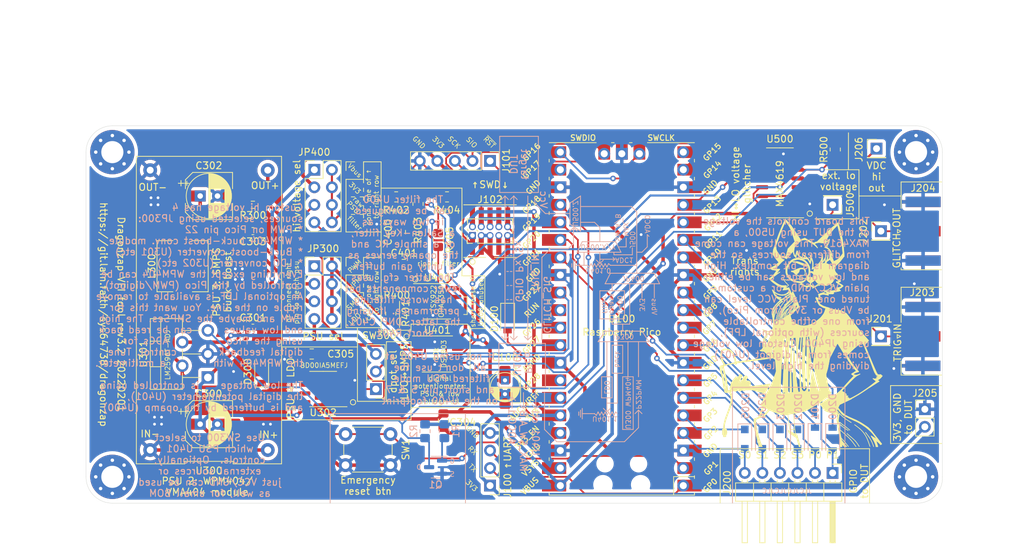
<source format=kicad_pcb>
(kicad_pcb (version 20211014) (generator pcbnew)

  (general
    (thickness 1.6)
  )

  (paper "A4")
  (layers
    (0 "F.Cu" signal)
    (31 "B.Cu" signal)
    (32 "B.Adhes" user "B.Adhesive")
    (33 "F.Adhes" user "F.Adhesive")
    (34 "B.Paste" user)
    (35 "F.Paste" user)
    (36 "B.SilkS" user "B.Silkscreen")
    (37 "F.SilkS" user "F.Silkscreen")
    (38 "B.Mask" user)
    (39 "F.Mask" user)
    (40 "Dwgs.User" user "User.Drawings")
    (41 "Cmts.User" user "User.Comments")
    (42 "Eco1.User" user "User.Eco1")
    (43 "Eco2.User" user "User.Eco2")
    (44 "Edge.Cuts" user)
    (45 "Margin" user)
    (46 "B.CrtYd" user "B.Courtyard")
    (47 "F.CrtYd" user "F.Courtyard")
    (48 "B.Fab" user)
    (49 "F.Fab" user)
  )

  (setup
    (stackup
      (layer "F.SilkS" (type "Top Silk Screen"))
      (layer "F.Paste" (type "Top Solder Paste"))
      (layer "F.Mask" (type "Top Solder Mask") (thickness 0.01))
      (layer "F.Cu" (type "copper") (thickness 0.035))
      (layer "dielectric 1" (type "core") (thickness 1.51) (material "FR4") (epsilon_r 4.5) (loss_tangent 0.02))
      (layer "B.Cu" (type "copper") (thickness 0.035))
      (layer "B.Mask" (type "Bottom Solder Mask") (thickness 0.01))
      (layer "B.Paste" (type "Bottom Solder Paste"))
      (layer "B.SilkS" (type "Bottom Silk Screen"))
      (copper_finish "None")
      (dielectric_constraints no)
    )
    (pad_to_mask_clearance 0)
    (pcbplotparams
      (layerselection 0x00010fc_ffffffff)
      (disableapertmacros false)
      (usegerberextensions false)
      (usegerberattributes true)
      (usegerberadvancedattributes true)
      (creategerberjobfile true)
      (svguseinch false)
      (svgprecision 6)
      (excludeedgelayer true)
      (plotframeref false)
      (viasonmask false)
      (mode 1)
      (useauxorigin false)
      (hpglpennumber 1)
      (hpglpenspeed 20)
      (hpglpendiameter 15.000000)
      (dxfpolygonmode true)
      (dxfimperialunits true)
      (dxfusepcbnewfont true)
      (psnegative false)
      (psa4output false)
      (plotreference true)
      (plotvalue true)
      (plotinvisibletext false)
      (sketchpadsonfab false)
      (subtractmaskfromsilk false)
      (outputformat 1)
      (mirror false)
      (drillshape 0)
      (scaleselection 1)
      (outputdirectory "grb3/")
    )
  )

  (net 0 "")
  (net 1 "GND")
  (net 2 "VBUS")
  (net 3 "+3V3")
  (net 4 "+3.3VADC")
  (net 5 "Net-(D100-Pad1)")
  (net 6 "UART_RX")
  (net 7 "UART_TX")
  (net 8 "/controller/SWDIO")
  (net 9 "/controller/SWCLK")
  (net 10 "unconnected-(J102-Pad8)")
  (net 11 "unconnected-(J102-Pad7)")
  (net 12 "unconnected-(J102-Pad6)")
  (net 13 "GPIO_P0D")
  (net 14 "GPIO_P0W")
  (net 15 "GPIO_P1D")
  (net 16 "GPIO_P1W")
  (net 17 "TRIG_IN")
  (net 18 "GLITCH_OUT")
  (net 19 "P22PWM")
  (net 20 "ADC0")
  (net 21 "ADC1")
  (net 22 "/psu/FB_LDO")
  (net 23 "/psu/FB_SMPS")
  (net 24 "GPIO_S3W")
  (net 25 "GPIO_S3D")
  (net 26 "GPIO_S2W")
  (net 27 "GPIO_S2D")
  (net 28 "GPIO_S1W")
  (net 29 "GPIO_S1D")
  (net 30 "GPIO_S0W")
  (net 31 "GPIO_S0D")
  (net 32 "DPOT_DAT")
  (net 33 "DPOT_CLK")
  (net 34 "unconnected-(U100-Pad22)")
  (net 35 "MAX_SW_B")
  (net 36 "MAX_SW_A")
  (net 37 "MAX_EN")
  (net 38 "DPOT_HI")
  (net 39 "Net-(C400-Pad1)")
  (net 40 "Net-(D300-Pad1)")
  (net 41 "Vdcflt")
  (net 42 "Vdclo")
  (net 43 "GLITCH_SIG")
  (net 44 "DPOT_W")
  (net 45 "Net-(J500-Pad1)")
  (net 46 "DPOT_LO")
  (net 47 "unconnected-(U100-Pad30)")
  (net 48 "Net-(C401-Pad1)")
  (net 49 "Net-(JP300-Pad2)")
  (net 50 "Net-(C302-Pad1)")
  (net 51 "Net-(C305-Pad1)")
  (net 52 "EMERG_SHDN")
  (net 53 "~{EMERG_SHDN}")
  (net 54 "unconnected-(U100-Pad34)")
  (net 55 "unconnected-(U100-Pad39)")
  (net 56 "unconnected-(U302-Pad4)")
  (net 57 "unconnected-(U302-Pad6)")
  (net 58 "Net-(C401-Pad2)")
  (net 59 "unconnected-(U302-Pad7)")
  (net 60 "unconnected-(U401-Pad13)")
  (net 61 "Net-(U500-Pad13)")
  (net 62 "/glitchout/Vdclo_def")
  (net 63 "Net-(R405-Pad1)")

  (footprint "MCU_RaspberryPi_and_Boards:RPi_Pico_SMD_TH" (layer "F.Cu") (at 157.48 83.82 180))

  (footprint "Connector_PinHeader_2.54mm:PinHeader_1x04_P2.54mm_Vertical" (layer "F.Cu") (at 138.43 107.95 180))

  (footprint "Resistor_SMD:R_0805_2012Metric_Pad1.20x1.40mm_HandSolder" (layer "F.Cu") (at 132.207 66.167))

  (footprint "Capacitor_SMD:CP_Elec_6.3x5.3" (layer "F.Cu") (at 97.79 66.04))

  (footprint "Connector_PinHeader_2.54mm:PinHeader_1x01_P2.54mm_Vertical" (layer "F.Cu") (at 194.31 59.182))

  (footprint "Resistor_SMD:R_0805_2012Metric_Pad1.20x1.40mm_HandSolder" (layer "F.Cu") (at 128.016 67.183 90))

  (footprint "Package_SO:SO-8_3.9x4.9mm_P1.27mm" (layer "F.Cu") (at 130.81 81.28))

  (footprint "Capacitor_THT:CP_Radial_D6.3mm_P2.50mm" (layer "F.Cu") (at 96.52 66.04))

  (footprint "Capacitor_SMD:C_0805_2012Metric_Pad1.18x1.45mm_HandSolder" (layer "F.Cu") (at 131.699 98.552 -90))

  (footprint "Package_SO:HSOP-8-1EP_3.9x4.9mm_P1.27mm_EP2.41x3.1mm" (layer "F.Cu") (at 114.3 93.98 180))

  (footprint "Resistor_SMD:R_0805_2012Metric_Pad1.20x1.40mm_HandSolder" (layer "F.Cu") (at 124.079 83.058 90))

  (footprint "Capacitor_SMD:CP_Elec_4x3.9" (layer "F.Cu") (at 140.589 93.726 -90))

  (footprint "Diode_SMD:D_SOD-123" (layer "F.Cu") (at 105.41 91.44 90))

  (footprint "Connector_PinHeader_2.54mm:PinHeader_1x01_P2.54mm_Vertical" (layer "F.Cu") (at 194.945 71.12))

  (footprint "Button_Switch_THT:SW_PUSH_6mm" (layer "F.Cu") (at 117.527 100.493))

  (footprint "Connector_PinHeader_2.54mm:PinHeader_1x06_P2.54mm_Horizontal" (layer "F.Cu") (at 187.96 106.115 -90))

  (footprint "Resistor_SMD:R_0805_2012Metric_Pad1.20x1.40mm_HandSolder" (layer "F.Cu") (at 124.952 78.74 180))

  (footprint "Capacitor_SMD:C_0603_1608Metric_Pad1.08x0.95mm_HandSolder" (layer "F.Cu") (at 104.14 85.09))

  (footprint "Connector_PinHeader_2.54mm:PinHeader_1x05_P2.54mm_Vertical" (layer "F.Cu") (at 138.43 60.96 -90))

  (footprint "Connector_PinHeader_2.54mm:PinHeader_1x03_P2.54mm_Vertical" (layer "F.Cu") (at 121.92 93.98 180))

  (footprint "Inductor_SMD:L_7.3x7.3_H4.5" (layer "F.Cu") (at 93.98 76.2 90))

  (footprint "Package_SO:TSSOP-14_4.4x5mm_P0.65mm" (layer "F.Cu") (at 130.81 88.9))

  (footprint "Package_SO:SO-16_3.9x9.9mm_P1.27mm" (layer "F.Cu") (at 180.34 64.135 180))

  (footprint "Capacitor_THT:CP_Radial_D4.0mm_P2.00mm" (layer "F.Cu") (at 140.589 92.71 -90))

  (footprint "MountingHole:MountingHole_3.2mm_M3_Pad_Via" (layer "F.Cu") (at 83.82 106.68))

  (footprint "MountingHole:MountingHole_3.2mm_M3_Pad_Via" (layer "F.Cu") (at 83.82 59.69))

  (footprint "Capacitor_SMD:C_0603_1608Metric_Pad1.08x0.95mm_HandSolder" (layer "F.Cu") (at 104.14 71.12))

  (footprint "Connector_PinHeader_2.54mm:PinHeader_1x02_P2.54mm_Vertical" (layer "F.Cu") (at 201.295 96.901))

  (footprint "Package_TO_SOT_THT:TO-220-5_P3.4x3.7mm_StaggerOdd_Lead3.8mm_Vertical" (layer "F.Cu") (at 97.63 92.3 90))

  (footprint "Connector_PinHeader_2.54mm:PinHeader_1x01_P2.54mm_Vertical" (layer "F.Cu") (at 187.96 67.31 180))

  (footprint "Resistor_SMD:R_0805_2012Metric_Pad1.20x1.40mm_HandSolder" (layer "F.Cu") (at 130.937 72.406 90))

  (footprint "Diode_SMD:D_SOD-123" (layer "F.Cu") (at 140.97 83.82 -90))

  (footprint "Capacitor_SMD:C_0805_2012Metric_Pad1.18x1.45mm_HandSolder" (layer "F.Cu")
    (tedit 5F68FEEF) (tstamp a809821b-1eae-4da1-967d-98d00b1cea19)
    (at 112.649 88.9 180)
    (descr "Capacitor SMD 0805 (2012 Metric), square (rectangular) end terminal, IPC_7351 nominal with elongated pad for handsoldering. (Body size source: IPC-SM-782 page 76, https://www.pcb-3d.co
... [1015130 chars truncated]
</source>
